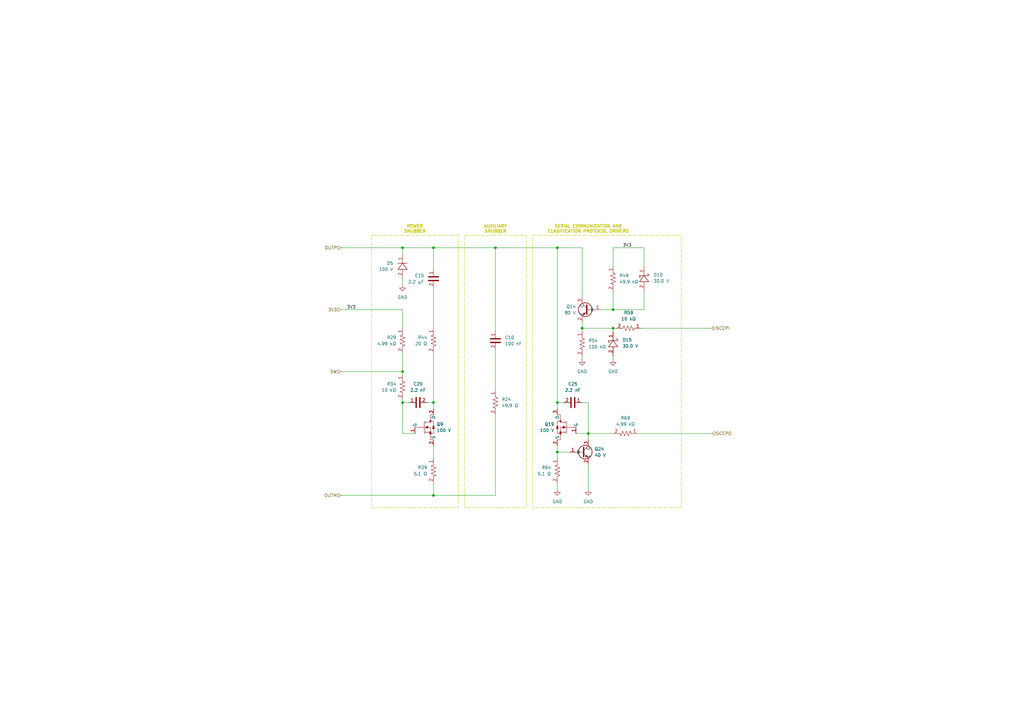
<source format=kicad_sch>
(kicad_sch (version 20250114) (generator "eeschema") (generator_version "9.0")
  (paper "A3")
  (lib_symbols
    (symbol "CAPACITORS_C1005X7S2A_DATA_BASE:C_C1005X7S2A222K050BB" (pin_names (offset 0.254))
      (property "Reference" "C" (at 0 5.08 0))
      (property "Value" "2.2 nF" (at 0 -5.08 0))
      (symbol "C_C1005X7S2A222K050BB_0_1"
        (polyline (pts (xy -0.762 -2.032) (xy -0.762 2.032)) (stroke (width 0.508)))
        (polyline (pts (xy 0.762 -2.032) (xy 0.762 2.032)) (stroke (width 0.508)))
      )
      (symbol "C_C1005X7S2A222K050BB_1_1"
        (pin passive line (at -3.81 0 0) (length 2.8) (name "") (number "1"))
        (pin passive line (at 3.81 0 180) (length 2.8) (name "") (number "2"))
      )
    )
    (symbol "CAPACITORS_C1608X7S2A_DATA_BASE:C_C1608X7S2A104K080AB" (pin_names (offset 0.254))
      (property "Reference" "C" (at 0 5.08 0))
      (property "Value" "100 nF" (at 0 -5.08 0))
      (symbol "C_C1608X7S2A104K080AB_0_1"
        (polyline (pts (xy -0.762 -2.032) (xy -0.762 2.032)) (stroke (width 0.508)))
        (polyline (pts (xy 0.762 -2.032) (xy 0.762 2.032)) (stroke (width 0.508)))
      )
      (symbol "C_C1608X7S2A104K080AB_1_1"
        (pin passive line (at -3.81 0 0) (length 2.8) (name "") (number "1"))
        (pin passive line (at 3.81 0 180) (length 2.8) (name "") (number "2"))
      )
    )
    (symbol "CAPACITORS_CGA4J1X7R2A_DATA_BASE:C_CGA4J1X7R2A225K125AC" (pin_names (offset 0.254))
      (property "Reference" "C" (at 0 5.08 0))
      (property "Value" "2.2 µF" (at 0 -5.08 0))
      (symbol "C_CGA4J1X7R2A225K125AC_0_1"
        (polyline (pts (xy -0.762 -2.032) (xy -0.762 2.032)) (stroke (width 0.508)))
        (polyline (pts (xy 0.762 -2.032) (xy 0.762 2.032)) (stroke (width 0.508)))
      )
      (symbol "C_CGA4J1X7R2A225K125AC_1_1"
        (pin passive line (at -3.81 0 0) (length 2.8) (name "") (number "1"))
        (pin passive line (at 3.81 0 180) (length 2.8) (name "") (number "2"))
      )
    )
    (symbol "DIODES_BAT54WS-7-F_DATA_BASE:D_BAT54WS-7-F" (pin_names (offset 0.254))
      (property "Reference" "D" (at 0 5.08 0))
      (property "Value" "30.0 V" (at 0 -5.08 0))
      (symbol "D_BAT54WS-7-F_1_0"
        (polyline (pts (xy 0.635 1.27) (xy 0.635 1.905) (xy 1.27 1.905) (xy 1.27 0) (xy -1.27 1.905) (xy -1.27 -1.905) (xy 1.27 0) (xy 1.27 -1.905) (xy 1.905 -1.905) (xy 1.905 -1.27)) (stroke (width 0.2032)))
        (pin passive line (at -5.08 0 0) (length 3.81) (name "") (number "2"))
        (pin passive line (at 5.08 0 180) (length 3.81) (name "") (number "1"))
      )
    )
    (symbol "DIODES_S1B-13-F_DATA_BASE:D_S1B-13-F" (pin_names (offset 0.254))
      (property "Reference" "D" (at 0 5.08 0))
      (property "Value" "100 V" (at 0 -5.08 0))
      (symbol "D_S1B-13-F_1_0"
        (polyline (pts (xy 1.27 1.905) (xy 1.27 0) (xy -1.27 1.905) (xy -1.27 -1.905) (xy 1.27 0) (xy 1.27 -1.905)) (stroke (width 0.2032)))
        (pin passive line (at -5.08 0 0) (length 3.81) (name "") (number "2"))
        (pin passive line (at 5.08 0 180) (length 3.81) (name "") (number "1"))
      )
    )
    (symbol "RESISTORS_ERJ-2RKF_DATA_BASE:R_ERJ-2RKF1002X" (pin_names (offset 0.254))
      (property "Reference" "R" (at 0 2.54 0))
      (property "Value" "10 kΩ" (at 0 -2.54 0))
      (symbol "R_ERJ-2RKF1002X_0_1"
        (polyline (pts (xy -2.286 0) (xy -2.54 0)))
        (polyline (pts (xy -2.286 0) (xy -1.905 1.016) (xy -1.524 0) (xy -1.143 -1.016) (xy -0.762 0)))
        (polyline (pts (xy -0.762 0) (xy -0.381 1.016) (xy 0 0) (xy 0.381 -1.016) (xy 0.762 0)))
        (polyline (pts (xy 0.762 0) (xy 1.143 1.016) (xy 1.524 0) (xy 1.905 -1.016) (xy 2.286 0)))
        (polyline (pts (xy 2.286 0) (xy 2.54 0)))
      )
      (symbol "R_ERJ-2RKF1002X_1_1"
        (pin passive line (at -5.08 0 0) (length 2.54) (name "") (number "1"))
        (pin passive line (at 5.08 0 180) (length 2.54) (name "") (number "2"))
      )
    )
    (symbol "RESISTORS_ERJ-2RKF_DATA_BASE:R_ERJ-2RKF1003X" (pin_names (offset 0.254))
      (property "Reference" "R" (at 0 2.54 0))
      (property "Value" "100 kΩ" (at 0 -2.54 0))
      (symbol "R_ERJ-2RKF1003X_0_1"
        (polyline (pts (xy -2.286 0) (xy -2.54 0)))
        (polyline (pts (xy -2.286 0) (xy -1.905 1.016) (xy -1.524 0) (xy -1.143 -1.016) (xy -0.762 0)))
        (polyline (pts (xy -0.762 0) (xy -0.381 1.016) (xy 0 0) (xy 0.381 -1.016) (xy 0.762 0)))
        (polyline (pts (xy 0.762 0) (xy 1.143 1.016) (xy 1.524 0) (xy 1.905 -1.016) (xy 2.286 0)))
        (polyline (pts (xy 2.286 0) (xy 2.54 0)))
      )
      (symbol "R_ERJ-2RKF1003X_1_1"
        (pin passive line (at -5.08 0 0) (length 2.54) (name "") (number "1"))
        (pin passive line (at 5.08 0 180) (length 2.54) (name "") (number "2"))
      )
    )
    (symbol "RESISTORS_ERJ-2RKF_DATA_BASE:R_ERJ-2RKF4991X" (pin_names (offset 0.254))
      (property "Reference" "R" (at 0 2.54 0))
      (property "Value" "4.99 kΩ" (at 0 -2.54 0))
      (symbol "R_ERJ-2RKF4991X_0_1"
        (polyline (pts (xy -2.286 0) (xy -2.54 0)))
        (polyline (pts (xy -2.286 0) (xy -1.905 1.016) (xy -1.524 0) (xy -1.143 -1.016) (xy -0.762 0)))
        (polyline (pts (xy -0.762 0) (xy -0.381 1.016) (xy 0 0) (xy 0.381 -1.016) (xy 0.762 0)))
        (polyline (pts (xy 0.762 0) (xy 1.143 1.016) (xy 1.524 0) (xy 1.905 -1.016) (xy 2.286 0)))
        (polyline (pts (xy 2.286 0) (xy 2.54 0)))
      )
      (symbol "R_ERJ-2RKF4991X_1_1"
        (pin passive line (at -5.08 0 0) (length 2.54) (name "") (number "1"))
        (pin passive line (at 5.08 0 180) (length 2.54) (name "") (number "2"))
      )
    )
    (symbol "RESISTORS_ERJ-2RKF_DATA_BASE:R_ERJ-2RKF4992X" (pin_names (offset 0.254))
      (property "Reference" "R" (at 0 2.54 0))
      (property "Value" "49.9 kΩ" (at 0 -2.54 0))
      (symbol "R_ERJ-2RKF4992X_0_1"
        (polyline (pts (xy -2.286 0) (xy -2.54 0)))
        (polyline (pts (xy -2.286 0) (xy -1.905 1.016) (xy -1.524 0) (xy -1.143 -1.016) (xy -0.762 0)))
        (polyline (pts (xy -0.762 0) (xy -0.381 1.016) (xy 0 0) (xy 0.381 -1.016) (xy 0.762 0)))
        (polyline (pts (xy 0.762 0) (xy 1.143 1.016) (xy 1.524 0) (xy 1.905 -1.016) (xy 2.286 0)))
        (polyline (pts (xy 2.286 0) (xy 2.54 0)))
      )
      (symbol "R_ERJ-2RKF4992X_1_1"
        (pin passive line (at -5.08 0 0) (length 2.54) (name "") (number "1"))
        (pin passive line (at 5.08 0 180) (length 2.54) (name "") (number "2"))
      )
    )
    (symbol "RESISTORS_ERJ-3EKF_DATA_BASE:R_ERJ-3EKF49R9V" (pin_names (offset 0.254))
      (property "Reference" "R" (at 0 2.54 0))
      (property "Value" "49.9 Ω" (at 0 -2.54 0))
      (symbol "R_ERJ-3EKF49R9V_0_1"
        (polyline (pts (xy -2.286 0) (xy -2.54 0)))
        (polyline (pts (xy -2.286 0) (xy -1.905 1.016) (xy -1.524 0) (xy -1.143 -1.016) (xy -0.762 0)))
        (polyline (pts (xy -0.762 0) (xy -0.381 1.016) (xy 0 0) (xy 0.381 -1.016) (xy 0.762 0)))
        (polyline (pts (xy 0.762 0) (xy 1.143 1.016) (xy 1.524 0) (xy 1.905 -1.016) (xy 2.286 0)))
        (polyline (pts (xy 2.286 0) (xy 2.54 0)))
      )
      (symbol "R_ERJ-3EKF49R9V_1_1"
        (pin passive line (at -5.08 0 0) (length 2.54) (name "") (number "1"))
        (pin passive line (at 5.08 0 180) (length 2.54) (name "") (number "2"))
      )
    )
    (symbol "RESISTORS_RT1206FRE07_DATA_BASE:R_RT1206FRE0720RL" (pin_names (offset 0.254))
      (property "Reference" "R" (at 0 2.54 0))
      (property "Value" "20 Ω" (at 0 -2.54 0))
      (symbol "R_RT1206FRE0720RL_0_1"
        (polyline (pts (xy -2.286 0) (xy -2.54 0)))
        (polyline (pts (xy -2.286 0) (xy -1.905 1.016) (xy -1.524 0) (xy -1.143 -1.016) (xy -0.762 0)))
        (polyline (pts (xy -0.762 0) (xy -0.381 1.016) (xy 0 0) (xy 0.381 -1.016) (xy 0.762 0)))
        (polyline (pts (xy 0.762 0) (xy 1.143 1.016) (xy 1.524 0) (xy 1.905 -1.016) (xy 2.286 0)))
        (polyline (pts (xy 2.286 0) (xy 2.54 0)))
      )
      (symbol "R_RT1206FRE0720RL_1_1"
        (pin passive line (at -5.08 0 0) (length 2.54) (name "") (number "1"))
        (pin passive line (at 5.08 0 180) (length 2.54) (name "") (number "2"))
      )
    )
    (symbol "RESISTORS_RT1206FRE07_DATA_BASE:R_RT1206FRE075R1L" (pin_names (offset 0.254))
      (property "Reference" "R" (at 0 2.54 0))
      (property "Value" "5.1 Ω" (at 0 -2.54 0))
      (symbol "R_RT1206FRE075R1L_0_1"
        (polyline (pts (xy -2.286 0) (xy -2.54 0)))
        (polyline (pts (xy -2.286 0) (xy -1.905 1.016) (xy -1.524 0) (xy -1.143 -1.016) (xy -0.762 0)))
        (polyline (pts (xy -0.762 0) (xy -0.381 1.016) (xy 0 0) (xy 0.381 -1.016) (xy 0.762 0)))
        (polyline (pts (xy 0.762 0) (xy 1.143 1.016) (xy 1.524 0) (xy 1.905 -1.016) (xy 2.286 0)))
        (polyline (pts (xy 2.286 0) (xy 2.54 0)))
      )
      (symbol "R_RT1206FRE075R1L_1_1"
        (pin passive line (at -5.08 0 0) (length 2.54) (name "") (number "1"))
        (pin passive line (at 5.08 0 180) (length 2.54) (name "") (number "2"))
      )
    )
    (symbol "TRANSISTORS_BSS123WQ-7-F_DATA_BASE:Q_BSS123WQ-7-F" (pin_names (offset 0.254))
      (property "Reference" "Q" (at 0 7.62 0))
      (property "Value" "100 V" (at 0 -7.62 0))
      (symbol "Q_BSS123WQ-7-F_1_0"
        (circle (center -2.54 0) (radius 0.0254) (stroke (width 0.381)))
        (polyline (pts (xy 0 -6.35) (xy 0 -2.54) (xy -2.54 -2.54) (xy 2.54 -2.54) (xy 0 -2.54) (xy 0 -6.35)))
        (circle (center 2.032 0) (radius 0.0254) (stroke (width 0.381)))
        (circle (center 2.54 0) (radius 0.0254) (stroke (width 0.381)))
        (polyline (pts (xy 5.08 1.27) (xy 5.08 0) (xy 2.54 0) (xy 2.54 1.27) (xy 0.508 1.27) (xy 0.508 1.778) (xy -0.508 1.27) (xy -0.508 1.778) (xy -0.508 1.27) (xy -2.54 1.27) (xy -2.54 0) (xy -5.08 0) (xy -5.08 1.27) (xy -5.08 0) (xy -2.032 0) (xy -2.032 -2.032) (xy -2.54 -2.032) (xy -1.524 -2.032) (xy -2.032 -2.032) (xy -2.032 0) (xy -2.54 0) (xy -2.54 1.27) (xy -0.508 1.27) (xy -0.508 0.762) (xy -0.508 1.27) (xy 0.508 0.762) (xy 0.508 1.27) (xy 2.54 1.27) (xy 2.54 0) (xy 0 0) (xy 0 -1.016) (xy -0.508 -1.016) (xy 0 -2.032) (xy -0.508 -2.032) (xy 0.508 -2.032) (xy 0 -2.032) (xy 0.508 -1.016) (xy 0 -1.016) (xy 0 0) (xy 2.032 0) (xy 2.032 -2.032) (xy 1.524 -2.032) (xy 2.54 -2.032) (xy 2.032 -2.032) (xy 2.032 0) (xy 5.08 0)) (fill (type outline)))
        (pin passive line (at -7.62 1.27 0) (length 2.54) (name "D") (number "3"))
        (pin passive line (at 2.54 -6.35 180) (length 2.54) (name "G") (number "1"))
        (pin passive line (at 7.62 1.27 180) (length 2.54) (name "S") (number "2"))
      )
    )
    (symbol "TRANSISTORS_MMBT3904LT3G_DATA_BASE:Q_MMBT3904LT3G" (pin_names (offset 0.254))
      (property "Reference" "Q" (at 4 7.62 0))
      (property "Value" "40 V" (at 4 -7.62 0))
      (symbol "Q_MMBT3904LT3G_1_0"
        (polyline (pts (xy -2.54 0) (xy 0.635 0)))
        (polyline (pts (xy 0.635 1.905) (xy 0.635 -1.905)) (stroke (width 0.508)))
        (polyline (pts (xy 0.635 0.635) (xy 2.54 2.54)))
        (polyline (pts (xy 0.635 -0.635) (xy 2.54 -2.54)))
        (circle (center 1.27 0) (radius 2.8194) (stroke (width 0.254)))
        (polyline (pts (xy 1.27 -1.778) (xy 1.778 -1.27) (xy 2.286 -2.286) (xy 1.27 -1.778)) (fill (type outline)))
        (pin passive line (at -5.08 0 0) (length 2.54) (name "B") (number "1"))
        (pin passive line (at 2.54 5.08 270) (length 2.54) (name "C") (number "3"))
        (pin passive line (at 2.54 -5.08 90) (length 2.54) (name "E") (number "2"))
      )
    )
    (symbol "TRANSISTORS_MMBTA06-7-F_DATA_BASE:Q_MMBTA06-7-F" (pin_names (offset 0.254))
      (property "Reference" "Q" (at 4 7.62 0))
      (property "Value" "80 V" (at 4 -7.62 0))
      (symbol "Q_MMBTA06-7-F_1_0"
        (polyline (pts (xy -2.54 0) (xy 0.635 0)))
        (polyline (pts (xy 0.635 1.905) (xy 0.635 -1.905)) (stroke (width 0.508)))
        (polyline (pts (xy 0.635 0.635) (xy 2.54 2.54)))
        (polyline (pts (xy 0.635 -0.635) (xy 2.54 -2.54)))
        (circle (center 1.27 0) (radius 2.8194) (stroke (width 0.254)))
        (polyline (pts (xy 1.27 -1.778) (xy 1.778 -1.27) (xy 2.286 -2.286) (xy 1.27 -1.778)) (fill (type outline)))
        (pin passive line (at -5.08 0 0) (length 2.54) (name "B") (number "1"))
        (pin passive line (at 2.54 5.08 270) (length 2.54) (name "C") (number "3"))
        (pin passive line (at 2.54 -5.08 90) (length 2.54) (name "E") (number "2"))
      )
    )
    (symbol "power:GND" (power) (pin_numbers (hide yes)) (pin_names (offset 0) (hide yes))
      (property "Value" "GND" (at 0 -3.81 0))
      (symbol "GND_0_1"
        (polyline (pts (xy 0 0) (xy 0 -1.27) (xy 1.27 -1.27) (xy 0 -2.54) (xy -1.27 -1.27) (xy 0 -1.27)))
      )
      (symbol "GND_1_1"
        (pin power_in line (at 0 0 270) (length 0) (name "~") (number "1"))
      )
    )
  )
  (rectangle (start 190.5 96.52) (end 215.9 208.28) (stroke (width 0) (type dash) (color 194 194 0 1)))
  (rectangle (start 152.4 96.52) (end 187.96 208.28) (stroke (width 0) (type dash) (color 194 194 0 1)))
  (rectangle (start 218.44 96.52) (end 279.4 208.28) (stroke (width 0) (type dash) (color 194 194 0 1)))
  (text "POWER\nSNUBBER" (at 170.18 93.98 0) (effects (font (size 1.27 1.27) (thickness 0.254) (bold yes))))
  (text "SERIAL COMMUNICATION AND\nCLASIFICATION PROTOCOL DRIVERS" (at 241.3 93.98 0) (effects (font (size 1.27 1.27) (thickness 0.254) (bold yes))))
  (text "AUXILIARY\nSNUBBER" (at 203.2 93.98 0) (effects (font (size 1.27 1.27) (thickness 0.254) (bold yes))))
  (junction (at 228.6 101.6))
  (junction (at 228.6 185.42))
  (junction (at 177.8 101.6))
  (junction (at 177.8 203.2))
  (junction (at 203.2 101.6))
  (junction (at 251.46 134.62))
  (junction (at 165.1 152.4))
  (junction (at 241.3 177.8))
  (junction (at 165.1 165.1))
  (junction (at 228.6 165.1))
  (junction (at 251.46 127))
  (junction (at 238.76 134.62))
  (junction (at 165.1 101.6))
  (junction (at 177.8 165.1))
  (wire (pts (xy 238.76 146.05) (xy 238.76 147.32)))
  (wire (pts (xy 139.7 203.2) (xy 177.8 203.2)))
  (wire (pts (xy 139.7 152.4) (xy 165.1 152.4)))
  (wire (pts (xy 203.2 143.51) (xy 203.2 160.02)))
  (wire (pts (xy 262.89 134.62) (xy 292.1 134.62)))
  (wire (pts (xy 177.8 165.1) (xy 177.8 167.64)))
  (wire (pts (xy 203.2 101.6) (xy 228.6 101.6)))
  (wire (pts (xy 246.38 127) (xy 251.46 127)))
  (wire (pts (xy 165.1 177.8) (xy 170.18 177.8)))
  (wire (pts (xy 165.1 101.6) (xy 177.8 101.6)))
  (wire (pts (xy 175.26 165.1) (xy 177.8 165.1)))
  (wire (pts (xy 228.6 101.6) (xy 228.6 165.1)))
  (wire (pts (xy 251.46 146.05) (xy 251.46 147.32)))
  (wire (pts (xy 139.7 101.6) (xy 165.1 101.6)))
  (wire (pts (xy 165.1 153.67) (xy 165.1 152.4)))
  (wire (pts (xy 241.3 177.8) (xy 241.3 180.34)))
  (wire (pts (xy 165.1 165.1) (xy 165.1 177.8)))
  (wire (pts (xy 165.1 101.6) (xy 165.1 104.14)))
  (wire (pts (xy 238.76 132.08) (xy 238.76 134.62)))
  (wire (pts (xy 241.3 177.8) (xy 251.46 177.8)))
  (wire (pts (xy 251.46 134.62) (xy 251.46 135.89)))
  (wire (pts (xy 228.6 165.1) (xy 231.14 165.1)))
  (wire (pts (xy 238.76 165.1) (xy 241.3 165.1)))
  (wire (pts (xy 228.6 165.1) (xy 228.6 167.64)))
  (wire (pts (xy 264.16 119.38) (xy 264.16 127)))
  (wire (pts (xy 139.7 127) (xy 165.1 127)))
  (wire (pts (xy 177.8 118.11) (xy 177.8 134.62)))
  (wire (pts (xy 241.3 165.1) (xy 241.3 177.8)))
  (wire (pts (xy 228.6 101.6) (xy 238.76 101.6)))
  (wire (pts (xy 177.8 203.2) (xy 203.2 203.2)))
  (wire (pts (xy 177.8 101.6) (xy 203.2 101.6)))
  (wire (pts (xy 251.46 127) (xy 264.16 127)))
  (wire (pts (xy 238.76 134.62) (xy 238.76 135.89)))
  (wire (pts (xy 177.8 101.6) (xy 177.8 110.49)))
  (wire (pts (xy 165.1 144.78) (xy 165.1 152.4)))
  (wire (pts (xy 177.8 182.88) (xy 177.8 187.96)))
  (wire (pts (xy 228.6 198.12) (xy 228.6 200.66)))
  (wire (pts (xy 251.46 119.38) (xy 251.46 127)))
  (wire (pts (xy 251.46 134.62) (xy 252.73 134.62)))
  (wire (pts (xy 228.6 185.42) (xy 228.6 187.96)))
  (wire (pts (xy 251.46 101.6) (xy 264.16 101.6)))
  (wire (pts (xy 228.6 185.42) (xy 233.68 185.42)))
  (wire (pts (xy 177.8 144.78) (xy 177.8 165.1)))
  (wire (pts (xy 236.22 177.8) (xy 241.3 177.8)))
  (wire (pts (xy 241.3 190.5) (xy 241.3 200.66)))
  (wire (pts (xy 238.76 134.62) (xy 251.46 134.62)))
  (wire (pts (xy 177.8 198.12) (xy 177.8 203.2)))
  (wire (pts (xy 165.1 165.1) (xy 167.64 165.1)))
  (wire (pts (xy 228.6 182.88) (xy 228.6 185.42)))
  (wire (pts (xy 261.62 177.8) (xy 292.1 177.8)))
  (wire (pts (xy 165.1 127) (xy 165.1 134.62)))
  (wire (pts (xy 165.1 116.84) (xy 165.1 114.3)))
  (wire (pts (xy 165.1 163.83) (xy 165.1 165.1)))
  (wire (pts (xy 203.2 101.6) (xy 203.2 135.89)))
  (wire (pts (xy 203.2 170.18) (xy 203.2 203.2)))
  (wire (pts (xy 238.76 101.6) (xy 238.76 121.92)))
  (wire (pts (xy 251.46 101.6) (xy 251.46 109.22)))
  (wire (pts (xy 264.16 101.6) (xy 264.16 109.22)))
  (label "3V3" (at 142.24 127 0))
  (label "3V3" (at 259.08 101.6 180))
  (hierarchical_label "SCCPO" (shape input) (at 292.1 177.8 0))
  (hierarchical_label "SCCPI" (shape output) (at 292.1 134.62 0))
  (hierarchical_label "OUTP" (shape input) (at 139.7 101.6 180))
  (hierarchical_label "OUTM" (shape input) (at 139.7 203.2 180))
  (hierarchical_label "SW" (shape input) (at 139.7 152.4 180))
  (hierarchical_label "3V3" (shape input) (at 139.7 127 180))
  (symbol (lib_id "CAPACITORS_C1608X7S2A_DATA_BASE:C_C1608X7S2A104K080AB") (at 203.2 139.7 270) (unit 1)
    (property "Reference" "C8" (at 207.01 138.4299 90) (effects (justify left)))
    (property "Value" "100 nF" (at 207.01 140.9699 90) (effects (justify left)))
    (property "Footprint" "capacitor_footprints:C_0603_1608Metric" (effects (hide yes)))
    (property "Datasheet" "https://product.tdk.com/en/search/capacitor/ceramic/mlcc/info?part_no=C1608X7S2A104K080AB" (effects (hide yes)))
    (property "Description" "CAP SMD 100 nF X7S 10% 0603 100V" (effects (hide yes)))
    (property "Capacitor Type" "Ceramic" (effects (hide yes)))
    (property "Case Code - in" "0603" (effects (hide yes)))
    (property "Case Code - mm" "1608" (effects (hide yes)))
    (property "Dielectric" "X7S" (effects (hide yes)))
    (property "MPN" "C1608X7S2A104K080AB" (effects (hide yes)))
    (property "Manufacturer" "TDK" (effects (hide yes)))
    (property "Series" "C1608X7S2A" (effects (hide yes)))
    (property "Symbol Name" "C_C1608X7S2A104K080AB" (effects (hide yes)))
    (property "Tolerance" "10%" (effects (hide yes)))
    (property "Trustedparts Search" "https://www.trustedparts.com/en/search/C1608X7S2A104K080AB" (effects (hide yes)))
    (property "Voltage Rating" "100V" (effects (hide yes)))
    (instances (project "" (path "" (reference "C10") (unit 1)) (path "" (reference "C8") (unit 1)) (path "" (reference "C11") (unit 1)) (path "" (reference "C12") (unit 1)) (path "" (reference "C9") (unit 1))))
  )
  (symbol (lib_id "DIODES_BAT54WS-7-F_DATA_BASE:D_BAT54WS-7-F") (at 251.46 140.97 90) (unit 1)
    (property "Reference" "D13" (at 255.27 139.3824 90) (effects (justify right)))
    (property "Value" "30.0 V" (at 255.27 141.9224 90) (effects (justify right)))
    (property "Footprint" "diode_footprints:SOD323F" (effects (hide yes)))
    (property "Datasheet" "https://eu.mouser.com/ProductDetail/Diodes-Incorporated/BAT54WS-7-F?qs=BJo294706GxanB6a%2FKrrdw%3D%3D" (effects (hide yes)))
    (property "Description" "Schottky SMD 30.0 V" (effects (hide yes)))
    (property "Diode Type" "Schottky" (effects (hide yes)))
    (property "MPN" "BAT54WS-7-F" (effects (hide yes)))
    (property "Manufacturer" "Diodes Incorporated" (effects (hide yes)))
    (property "Maximum DC Current (A)" "0.6" (effects (hide yes)))
    (property "Series" "BAT54WS-7-F" (effects (hide yes)))
    (property "Symbol Name" "D_BAT54WS-7-F" (effects (hide yes)))
    (property "Trustedparts Search" "https://www.trustedparts.com/en/search/BAT54WS-7-F" (effects (hide yes)))
    (instances (project "minimal_ltc4296-1" (path "" (reference "D15") (unit 1)) (path "" (reference "D13") (unit 1)) (path "" (reference "D16") (unit 1)) (path "" (reference "D17") (unit 1)) (path "" (reference "D14") (unit 1))))
  )
  (symbol (lib_id "DIODES_BAT54WS-7-F_DATA_BASE:D_BAT54WS-7-F") (at 264.16 114.3 90) (unit 1)
    (property "Reference" "D8" (at 267.97 112.7124 90) (effects (justify right)))
    (property "Value" "30.0 V" (at 267.97 115.2524 90) (effects (justify right)))
    (property "Footprint" "diode_footprints:SOD323F" (effects (hide yes)))
    (property "Datasheet" "https://eu.mouser.com/ProductDetail/Diodes-Incorporated/BAT54WS-7-F?qs=BJo294706GxanB6a%2FKrrdw%3D%3D" (effects (hide yes)))
    (property "Description" "Schottky SMD 30.0 V" (effects (hide yes)))
    (property "Diode Type" "Schottky" (effects (hide yes)))
    (property "MPN" "BAT54WS-7-F" (effects (hide yes)))
    (property "Manufacturer" "Diodes Incorporated" (effects (hide yes)))
    (property "Maximum DC Current (A)" "0.6" (effects (hide yes)))
    (property "Series" "BAT54WS-7-F" (effects (hide yes)))
    (property "Symbol Name" "D_BAT54WS-7-F" (effects (hide yes)))
    (property "Trustedparts Search" "https://www.trustedparts.com/en/search/BAT54WS-7-F" (effects (hide yes)))
    (instances (project "" (path "" (reference "D10") (unit 1)) (path "" (reference "D8") (unit 1)) (path "" (reference "D11") (unit 1)) (path "" (reference "D12") (unit 1)) (path "" (reference "D9") (unit 1))))
  )
  (symbol (lib_id "RESISTORS_ERJ-3EKF_DATA_BASE:R_ERJ-3EKF49R9V") (at 203.2 165.1 270) (unit 1)
    (property "Reference" "R22" (at 205.74 163.8299 90) (effects (justify left)))
    (property "Value" "49.9 Ω" (at 205.74 166.3699 90) (effects (justify left)))
    (property "Footprint" "resistor_footprints:R_0603_1608Metric" (effects (hide yes)))
    (property "Datasheet" "https://industrial.panasonic.com/cdbs/www-data/pdf/RDA0000/AOA0000C304.pdf" (effects (hide yes)))
    (property "Description" "RES SMD 49.9 Ω 1% 0603 75V" (effects (hide yes)))
    (property "Case Code - in" "0603" (effects (hide yes)))
    (property "Case Code - mm" "1608" (effects (hide yes)))
    (property "Component Type" "Resistor" (effects (hide yes)))
    (property "MPN" "ERJ-3EKF49R9V" (effects (hide yes)))
    (property "Manufacturer" "Panasonic" (effects (hide yes)))
    (property "Series" "ERJ-3EKF" (effects (hide yes)))
    (property "Symbol Name" "R_ERJ-3EKF49R9V" (effects (hide yes)))
    (property "Temperature Coefficient" "100 ppm/°C" (effects (hide yes)))
    (property "Tolerance" "1%" (effects (hide yes)))
    (property "Trustedparts Search" "https://www.trustedparts.com/en/search/ERJ-3EKF49R9V" (effects (hide yes)))
    (property "Voltage Rating" "75V" (effects (hide yes)))
    (instances (project "" (path "" (reference "R24") (unit 1)) (path "" (reference "R22") (unit 1)) (path "" (reference "R25") (unit 1)) (path "" (reference "R26") (unit 1)) (path "" (reference "R23") (unit 1))))
  )
  (symbol (lib_id "CAPACITORS_C1005X7S2A_DATA_BASE:C_C1005X7S2A222K050BB") (at 171.45 165.1 0) (unit 1)
    (property "Reference" "C18" (at 171.45 157.48 0))
    (property "Value" "2.2 nF" (at 171.45 160.02 0))
    (property "Footprint" "capacitor_footprints:C_0402_1005Metric" (effects (hide yes)))
    (property "Datasheet" "https://product.tdk.com/en/search/capacitor/ceramic/mlcc/info?part_no=C1005X7S2A222K050BB" (effects (hide yes)))
    (property "Description" "CAP SMD 2.2 nF X7S 10% 0402 100V" (effects (hide yes)))
    (property "Capacitor Type" "Ceramic" (effects (hide yes)))
    (property "Case Code - in" "0402" (effects (hide yes)))
    (property "Case Code - mm" "1005" (effects (hide yes)))
    (property "Dielectric" "X7S" (effects (hide yes)))
    (property "MPN" "C1005X7S2A222K050BB" (effects (hide yes)))
    (property "Manufacturer" "TDK" (effects (hide yes)))
    (property "Series" "C1005X7S2A" (effects (hide yes)))
    (property "Symbol Name" "C_C1005X7S2A222K050BB" (effects (hide yes)))
    (property "Tolerance" "10%" (effects (hide yes)))
    (property "Trustedparts Search" "https://www.trustedparts.com/en/search/C1005X7S2A222K050BB" (effects (hide yes)))
    (property "Voltage Rating" "100V" (effects (hide yes)))
    (instances (project "" (path "" (reference "C20") (unit 1)) (path "" (reference "C18") (unit 1)) (path "" (reference "C21") (unit 1)) (path "" (reference "C22") (unit 1)) (path "" (reference "C19") (unit 1))))
  )
  (symbol (lib_id "power:GND") (at 165.1 116.84 0) (unit 1)
    (property "Reference" "#PWR012" (effects (hide yes)))
    (property "Value" "GND" (at 165.1 121.92 0))
    (property "Description" "Power symbol creates a global label with name \"GND\" , ground" (effects (hide yes)))
    (instances (project "minimal_ltc4296-1" (path "" (reference "#PWR014") (unit 1)) (path "" (reference "#PWR012") (unit 1)) (path "" (reference "#PWR015") (unit 1)) (path "" (reference "#PWR016") (unit 1)) (path "" (reference "#PWR013") (unit 1))))
  )
  (symbol (lib_id "RESISTORS_ERJ-2RKF_DATA_BASE:R_ERJ-2RKF4992X") (at 251.46 114.3 270) (unit 1)
    (property "Reference" "R47" (at 254 113.0299 90) (effects (justify left)))
    (property "Value" "49.9 kΩ" (at 254 115.5699 90) (effects (justify left)))
    (property "Footprint" "resistor_footprints:R_0402_1005Metric" (effects (hide yes)))
    (property "Datasheet" "https://industrial.panasonic.com/cdbs/www-data/pdf/RDA0000/AOA0000C304.pdf" (effects (hide yes)))
    (property "Description" "RES SMD 49.9 kΩ 1% 0402 50V" (effects (hide yes)))
    (property "Case Code - in" "0402" (effects (hide yes)))
    (property "Case Code - mm" "1005" (effects (hide yes)))
    (property "Component Type" "Resistor" (effects (hide yes)))
    (property "MPN" "ERJ-2RKF4992X" (effects (hide yes)))
    (property "Manufacturer" "Panasonic" (effects (hide yes)))
    (property "Series" "ERJ-2RKF" (effects (hide yes)))
    (property "Symbol Name" "R_ERJ-2RKF4992X" (effects (hide yes)))
    (property "Temperature Coefficient" "100 ppm/°C" (effects (hide yes)))
    (property "Tolerance" "1%" (effects (hide yes)))
    (property "Trustedparts Search" "https://www.trustedparts.com/en/search/ERJ-2RKF4992X" (effects (hide yes)))
    (property "Voltage Rating" "50V" (effects (hide yes)))
    (instances (project "" (path "" (reference "R49") (unit 1)) (path "" (reference "R47") (unit 1)) (path "" (reference "R50") (unit 1)) (path "" (reference "R51") (unit 1)) (path "" (reference "R48") (unit 1))))
  )
  (symbol (lib_id "RESISTORS_ERJ-2RKF_DATA_BASE:R_ERJ-2RKF4991X") (at 256.54 177.8 0) (mirror y) (unit 1)
    (property "Reference" "R67" (at 256.54 171.45 0))
    (property "Value" "4.99 kΩ" (at 256.54 173.99 0))
    (property "Footprint" "resistor_footprints:R_0402_1005Metric" (effects (hide yes)))
    (property "Datasheet" "https://industrial.panasonic.com/cdbs/www-data/pdf/RDA0000/AOA0000C304.pdf" (effects (hide yes)))
    (property "Description" "RES SMD 4.99 kΩ 1% 0402 50V" (effects (hide yes)))
    (property "Case Code - in" "0402" (effects (hide yes)))
    (property "Case Code - mm" "1005" (effects (hide yes)))
    (property "Component Type" "Resistor" (effects (hide yes)))
    (property "MPN" "ERJ-2RKF4991X" (effects (hide yes)))
    (property "Manufacturer" "Panasonic" (effects (hide yes)))
    (property "Series" "ERJ-2RKF" (effects (hide yes)))
    (property "Symbol Name" "R_ERJ-2RKF4991X" (effects (hide yes)))
    (property "Temperature Coefficient" "100 ppm/°C" (effects (hide yes)))
    (property "Tolerance" "1%" (effects (hide yes)))
    (property "Trustedparts Search" "https://www.trustedparts.com/en/search/ERJ-2RKF4991X" (effects (hide yes)))
    (property "Voltage Rating" "50V" (effects (hide yes)))
    (instances (project "minimal_ltc4296-1" (path "" (reference "R69") (unit 1)) (path "" (reference "R67") (unit 1)) (path "" (reference "R70") (unit 1)) (path "" (reference "R71") (unit 1)) (path "" (reference "R68") (unit 1))))
  )
  (symbol (lib_id "RESISTORS_ERJ-2RKF_DATA_BASE:R_ERJ-2RKF1002X") (at 165.1 158.75 270) (unit 1)
    (property "Reference" "R32" (at 162.56 157.4799 90) (effects (justify right)))
    (property "Value" "10 kΩ" (at 162.56 160.0199 90) (effects (justify right)))
    (property "Footprint" "resistor_footprints:R_0402_1005Metric" (effects (hide yes)))
    (property "Datasheet" "https://industrial.panasonic.com/cdbs/www-data/pdf/RDA0000/AOA0000C304.pdf" (effects (hide yes)))
    (property "Description" "RES SMD 10 kΩ 1% 0402 50V" (effects (hide yes)))
    (property "Case Code - in" "0402" (effects (hide yes)))
    (property "Case Code - mm" "1005" (effects (hide yes)))
    (property "Component Type" "Resistor" (effects (hide yes)))
    (property "MPN" "ERJ-2RKF1002X" (effects (hide yes)))
    (property "Manufacturer" "Panasonic" (effects (hide yes)))
    (property "Series" "ERJ-2RKF" (effects (hide yes)))
    (property "Symbol Name" "R_ERJ-2RKF1002X" (effects (hide yes)))
    (property "Temperature Coefficient" "100 ppm/°C" (effects (hide yes)))
    (property "Tolerance" "1%" (effects (hide yes)))
    (property "Trustedparts Search" "https://www.trustedparts.com/en/search/ERJ-2RKF1002X" (effects (hide yes)))
    (property "Voltage Rating" "50V" (effects (hide yes)))
    (instances (project "minimal_ltc4296-1" (path "" (reference "R34") (unit 1)) (path "" (reference "R32") (unit 1)) (path "" (reference "R35") (unit 1)) (path "" (reference "R36") (unit 1)) (path "" (reference "R33") (unit 1))))
  )
  (symbol (lib_id "CAPACITORS_C1005X7S2A_DATA_BASE:C_C1005X7S2A222K050BB") (at 234.95 165.1 0) (mirror y) (unit 1)
    (property "Reference" "C23" (at 234.95 157.48 0))
    (property "Value" "2.2 nF" (at 234.95 160.02 0))
    (property "Footprint" "capacitor_footprints:C_0402_1005Metric" (effects (hide yes)))
    (property "Datasheet" "https://product.tdk.com/en/search/capacitor/ceramic/mlcc/info?part_no=C1005X7S2A222K050BB" (effects (hide yes)))
    (property "Description" "CAP SMD 2.2 nF X7S 10% 0402 100V" (effects (hide yes)))
    (property "Capacitor Type" "Ceramic" (effects (hide yes)))
    (property "Case Code - in" "0402" (effects (hide yes)))
    (property "Case Code - mm" "1005" (effects (hide yes)))
    (property "Dielectric" "X7S" (effects (hide yes)))
    (property "MPN" "C1005X7S2A222K050BB" (effects (hide yes)))
    (property "Manufacturer" "TDK" (effects (hide yes)))
    (property "Series" "C1005X7S2A" (effects (hide yes)))
    (property "Symbol Name" "C_C1005X7S2A222K050BB" (effects (hide yes)))
    (property "Tolerance" "10%" (effects (hide yes)))
    (property "Trustedparts Search" "https://www.trustedparts.com/en/search/C1005X7S2A222K050BB" (effects (hide yes)))
    (property "Voltage Rating" "100V" (effects (hide yes)))
    (instances (project "minimal_ltc4296-1" (path "" (reference "C25") (unit 1)) (path "" (reference "C23") (unit 1)) (path "" (reference "C26") (unit 1)) (path "" (reference "C27") (unit 1)) (path "" (reference "C24") (unit 1))))
  )
  (symbol (lib_id "RESISTORS_ERJ-2RKF_DATA_BASE:R_ERJ-2RKF1003X") (at 238.76 140.97 270) (unit 1)
    (property "Reference" "R52" (at 241.3 139.6999 90) (effects (justify left)))
    (property "Value" "100 kΩ" (at 241.3 142.2399 90) (effects (justify left)))
    (property "Footprint" "resistor_footprints:R_0402_1005Metric" (effects (hide yes)))
    (property "Datasheet" "https://industrial.panasonic.com/cdbs/www-data/pdf/RDA0000/AOA0000C304.pdf" (effects (hide yes)))
    (property "Description" "RES SMD 100 kΩ 1% 0402 50V" (effects (hide yes)))
    (property "Case Code - in" "0402" (effects (hide yes)))
    (property "Case Code - mm" "1005" (effects (hide yes)))
    (property "Component Type" "Resistor" (effects (hide yes)))
    (property "MPN" "ERJ-2RKF1003X" (effects (hide yes)))
    (property "Manufacturer" "Panasonic" (effects (hide yes)))
    (property "Series" "ERJ-2RKF" (effects (hide yes)))
    (property "Symbol Name" "R_ERJ-2RKF1003X" (effects (hide yes)))
    (property "Temperature Coefficient" "100 ppm/°C" (effects (hide yes)))
    (property "Tolerance" "1%" (effects (hide yes)))
    (property "Trustedparts Search" "https://www.trustedparts.com/en/search/ERJ-2RKF1003X" (effects (hide yes)))
    (property "Voltage Rating" "50V" (effects (hide yes)))
    (instances (project "minimal_ltc4296-1" (path "" (reference "R54") (unit 1)) (path "" (reference "R52") (unit 1)) (path "" (reference "R55") (unit 1)) (path "" (reference "R56") (unit 1)) (path "" (reference "R53") (unit 1))))
  )
  (symbol (lib_id "power:GND") (at 241.3 200.66 0) (unit 1)
    (property "Reference" "#PWR032" (effects (hide yes)))
    (property "Value" "GND" (at 241.3 205.74 0))
    (property "Description" "Power symbol creates a global label with name \"GND\" , ground" (effects (hide yes)))
    (instances (project "minimal_ltc4296-1" (path "" (reference "#PWR034") (unit 1)) (path "" (reference "#PWR032") (unit 1)) (path "" (reference "#PWR035") (unit 1)) (path "" (reference "#PWR036") (unit 1)) (path "" (reference "#PWR033") (unit 1))))
  )
  (symbol (lib_id "TRANSISTORS_BSS123WQ-7-F_DATA_BASE:Q_BSS123WQ-7-F") (at 229.87 175.26 90) (mirror x) (unit 1)
    (property "Reference" "Q17" (at 227.33 173.9899 90) (effects (justify left)))
    (property "Value" "100 V" (at 227.33 176.5299 90) (effects (justify left)))
    (property "Footprint" "transistor_footprints:SOT-323" (effects (hide yes)))
    (property "Datasheet" "https://www.diodes.com/assets/Datasheets/BSS123WQ.pdf" (effects (hide yes)))
    (property "Description" "Transistor 100 V" (effects (hide yes)))
    (property "Collector Current (A)" "-" (effects (hide yes)))
    (property "Drain Current (A)" "0.2" (effects (hide yes)))
    (property "MPN" "BSS123WQ-7-F" (effects (hide yes)))
    (property "Manufacturer" "Diodes Incorporated" (effects (hide yes)))
    (property "Series" "BSS123WQ-7-F" (effects (hide yes)))
    (property "Symbol Name" "Q_BSS123WQ-7-F" (effects (hide yes)))
    (property "Transistor Type" "N-Channel" (effects (hide yes)))
    (property "Trustedparts Search" "https://www.trustedparts.com/en/search/BSS123WQ-7-F" (effects (hide yes)))
    (instances (project "minimal_ltc4296-1" (path "" (reference "Q19") (unit 1)) (path "" (reference "Q17") (unit 1)) (path "" (reference "Q20") (unit 1)) (path "" (reference "Q21") (unit 1)) (path "" (reference "Q18") (unit 1))))
  )
  (symbol (lib_id "CAPACITORS_CGA4J1X7R2A_DATA_BASE:C_CGA4J1X7R2A225K125AC") (at 177.8 114.3 90) (mirror x) (unit 1)
    (property "Reference" "C13" (at 173.99 113.0299 90) (effects (justify left)))
    (property "Value" "2.2 µF" (at 173.99 115.5699 90) (effects (justify left)))
    (property "Footprint" "capacitor_footprints:C_0805_2012Metric" (effects (hide yes)))
    (property "Datasheet" "https://product.tdk.com/en/search/capacitor/ceramic/mlcc/info?part_no=CGA4J1X7R2A225K125AC" (effects (hide yes)))
    (property "Description" "CAP SMD 2.2 µF X7R 10% 0805 100V" (effects (hide yes)))
    (property "Capacitor Type" "Ceramic" (effects (hide yes)))
    (property "Case Code - in" "0805" (effects (hide yes)))
    (property "Case Code - mm" "2012" (effects (hide yes)))
    (property "Dielectric" "X7R" (effects (hide yes)))
    (property "MPN" "CGA4J1X7R2A225K125AC" (effects (hide yes)))
    (property "Manufacturer" "TDK" (effects (hide yes)))
    (property "Series" "CGA4J1X7R2A" (effects (hide yes)))
    (property "Symbol Name" "C_CGA4J1X7R2A225K125AC" (effects (hide yes)))
    (property "Tolerance" "10%" (effects (hide yes)))
    (property "Trustedparts Search" "https://www.trustedparts.com/en/search/CGA4J1X7R2A225K125AC" (effects (hide yes)))
    (property "Voltage Rating" "100V" (effects (hide yes)))
    (instances (project "" (path "" (reference "C15") (unit 1)) (path "" (reference "C13") (unit 1)) (path "" (reference "C16") (unit 1)) (path "" (reference "C17") (unit 1)) (path "" (reference "C14") (unit 1))))
  )
  (symbol (lib_id "RESISTORS_RT1206FRE07_DATA_BASE:R_RT1206FRE075R1L") (at 177.8 193.04 90) (mirror x) (unit 1)
    (property "Reference" "R37" (at 175.26 191.7699 90) (effects (justify left)))
    (property "Value" "5.1 Ω" (at 175.26 194.3099 90) (effects (justify left)))
    (property "Footprint" "resistor_footprints:R_1206_3216Metric" (effects (hide yes)))
    (property "Datasheet" "https://www.yageo.com/en/ProductSearch/PartNumberSearch?part_number=RT1206FRE075R1L" (effects (hide yes)))
    (property "Description" "RES SMD 5.1 Ω 1% 1206 200V" (effects (hide yes)))
    (property "Case Code - in" "1206" (effects (hide yes)))
    (property "Case Code - mm" "3216" (effects (hide yes)))
    (property "Component Type" "Resistor" (effects (hide yes)))
    (property "MPN" "RT1206FRE075R1L" (effects (hide yes)))
    (property "Manufacturer" "Yageo" (effects (hide yes)))
    (property "Series" "RT1206FRE07" (effects (hide yes)))
    (property "Symbol Name" "R_RT1206FRE075R1L" (effects (hide yes)))
    (property "Temperature Coefficient" "50 ppm/°C" (effects (hide yes)))
    (property "Tolerance" "1%" (effects (hide yes)))
    (property "Trustedparts Search" "https://www.trustedparts.com/en/search/RT1206FRE075R1L" (effects (hide yes)))
    (property "Voltage Rating" "200V" (effects (hide yes)))
    (instances (project "" (path "" (reference "R39") (unit 1)) (path "" (reference "R37") (unit 1)) (path "" (reference "R40") (unit 1)) (path "" (reference "R41") (unit 1)) (path "" (reference "R38") (unit 1))))
  )
  (symbol (lib_id "DIODES_S1B-13-F_DATA_BASE:D_S1B-13-F") (at 165.1 109.22 270) (mirror x) (unit 1)
    (property "Reference" "D3" (at 161.29 107.9499 90) (effects (justify right)))
    (property "Value" "100 V" (at 161.29 110.4899 90) (effects (justify right)))
    (property "Footprint" "diode_footprints:SMA" (effects (hide yes)))
    (property "Datasheet" "https://4donline.ihs.com/images/VipMasterIC/IC/DIOD/DIOD-S-A0007810797/DIOD-S-A0007810797-1.pdf?hkey=CECEF36DEECDED6468708AAF2E19C0C6" (effects (hide yes)))
    (property "Description" "Rectifier SMD 100 V" (effects (hide yes)))
    (property "Diode Type" "Rectifier" (effects (hide yes)))
    (property "MPN" "S1B-13-F" (effects (hide yes)))
    (property "Manufacturer" "Diodes Incorporated" (effects (hide yes)))
    (property "Maximum DC Current (A)" "1.0" (effects (hide yes)))
    (property "Series" "S1B-13-F" (effects (hide yes)))
    (property "Symbol Name" "D_S1B-13-F" (effects (hide yes)))
    (property "Trustedparts Search" "https://www.trustedparts.com/en/search/S1B-13-F" (effects (hide yes)))
    (instances (project "" (path "" (reference "D5") (unit 1)) (path "" (reference "D3") (unit 1)) (path "" (reference "D6") (unit 1)) (path "" (reference "D7") (unit 1)) (path "" (reference "D4") (unit 1))))
  )
  (symbol (lib_id "RESISTORS_RT1206FRE07_DATA_BASE:R_RT1206FRE0720RL") (at 177.8 139.7 90) (mirror x) (unit 1)
    (property "Reference" "R42" (at 175.26 138.4299 90) (effects (justify left)))
    (property "Value" "20 Ω" (at 175.26 140.9699 90) (effects (justify left)))
    (property "Footprint" "resistor_footprints:R_1206_3216Metric" (effects (hide yes)))
    (property "Datasheet" "https://www.yageo.com/en/ProductSearch/PartNumberSearch?part_number=RT1206FRE0720RL" (effects (hide yes)))
    (property "Description" "RES SMD 20 Ω 1% 1206 200V" (effects (hide yes)))
    (property "Case Code - in" "1206" (effects (hide yes)))
    (property "Case Code - mm" "3216" (effects (hide yes)))
    (property "Component Type" "Resistor" (effects (hide yes)))
    (property "MPN" "RT1206FRE0720RL" (effects (hide yes)))
    (property "Manufacturer" "Yageo" (effects (hide yes)))
    (property "Series" "RT1206FRE07" (effects (hide yes)))
    (property "Symbol Name" "R_RT1206FRE0720RL" (effects (hide yes)))
    (property "Temperature Coefficient" "50 ppm/°C" (effects (hide yes)))
    (property "Tolerance" "1%" (effects (hide yes)))
    (property "Trustedparts Search" "https://www.trustedparts.com/en/search/RT1206FRE0720RL" (effects (hide yes)))
    (property "Voltage Rating" "200V" (effects (hide yes)))
    (instances (project "" (path "" (reference "R44") (unit 1)) (path "" (reference "R42") (unit 1)) (path "" (reference "R45") (unit 1)) (path "" (reference "R46") (unit 1)) (path "" (reference "R43") (unit 1))))
  )
  (symbol (lib_id "TRANSISTORS_BSS123WQ-7-F_DATA_BASE:Q_BSS123WQ-7-F") (at 176.53 175.26 270) (unit 1)
    (property "Reference" "Q7" (at 179.07 173.9899 90) (effects (justify left)))
    (property "Value" "100 V" (at 179.07 176.5299 90) (effects (justify left)))
    (property "Footprint" "transistor_footprints:SOT-323" (effects (hide yes)))
    (property "Datasheet" "https://www.diodes.com/assets/Datasheets/BSS123WQ.pdf" (effects (hide yes)))
    (property "Description" "Transistor 100 V" (effects (hide yes)))
    (property "Collector Current (A)" "-" (effects (hide yes)))
    (property "Drain Current (A)" "0.2" (effects (hide yes)))
    (property "MPN" "BSS123WQ-7-F" (effects (hide yes)))
    (property "Manufacturer" "Diodes Incorporated" (effects (hide yes)))
    (property "Series" "BSS123WQ-7-F" (effects (hide yes)))
    (property "Symbol Name" "Q_BSS123WQ-7-F" (effects (hide yes)))
    (property "Transistor Type" "N-Channel" (effects (hide yes)))
    (property "Trustedparts Search" "https://www.trustedparts.com/en/search/BSS123WQ-7-F" (effects (hide yes)))
    (instances (project "" (path "" (reference "Q9") (unit 1)) (path "" (reference "Q7") (unit 1)) (path "" (reference "Q10") (unit 1)) (path "" (reference "Q11") (unit 1)) (path "" (reference "Q8") (unit 1))))
  )
  (symbol (lib_id "power:GND") (at 228.6 200.66 0) (unit 1)
    (property "Reference" "#PWR027" (effects (hide yes)))
    (property "Value" "GND" (at 228.6 205.74 0))
    (property "Description" "Power symbol creates a global label with name \"GND\" , ground" (effects (hide yes)))
    (instances (project "minimal_ltc4296-1" (path "" (reference "#PWR029") (unit 1)) (path "" (reference "#PWR027") (unit 1)) (path "" (reference "#PWR030") (unit 1)) (path "" (reference "#PWR031") (unit 1)) (path "" (reference "#PWR028") (unit 1))))
  )
  (symbol (lib_id "RESISTORS_ERJ-2RKF_DATA_BASE:R_ERJ-2RKF1002X") (at 257.81 134.62 180) (unit 1)
    (property "Reference" "R57" (at 257.81 128.27 0))
    (property "Value" "10 kΩ" (at 257.81 130.81 0))
    (property "Footprint" "resistor_footprints:R_0402_1005Metric" (effects (hide yes)))
    (property "Datasheet" "https://industrial.panasonic.com/cdbs/www-data/pdf/RDA0000/AOA0000C304.pdf" (effects (hide yes)))
    (property "Description" "RES SMD 10 kΩ 1% 0402 50V" (effects (hide yes)))
    (property "Case Code - in" "0402" (effects (hide yes)))
    (property "Case Code - mm" "1005" (effects (hide yes)))
    (property "Component Type" "Resistor" (effects (hide yes)))
    (property "MPN" "ERJ-2RKF1002X" (effects (hide yes)))
    (property "Manufacturer" "Panasonic" (effects (hide yes)))
    (property "Series" "ERJ-2RKF" (effects (hide yes)))
    (property "Symbol Name" "R_ERJ-2RKF1002X" (effects (hide yes)))
    (property "Temperature Coefficient" "100 ppm/°C" (effects (hide yes)))
    (property "Tolerance" "1%" (effects (hide yes)))
    (property "Trustedparts Search" "https://www.trustedparts.com/en/search/ERJ-2RKF1002X" (effects (hide yes)))
    (property "Voltage Rating" "50V" (effects (hide yes)))
    (instances (project "minimal_ltc4296-1" (path "" (reference "R59") (unit 1)) (path "" (reference "R57") (unit 1)) (path "" (reference "R60") (unit 1)) (path "" (reference "R61") (unit 1)) (path "" (reference "R58") (unit 1))))
  )
  (symbol (lib_id "RESISTORS_ERJ-2RKF_DATA_BASE:R_ERJ-2RKF4991X") (at 165.1 139.7 90) (mirror x) (unit 1)
    (property "Reference" "R27" (at 162.56 138.4299 90) (effects (justify left)))
    (property "Value" "4.99 kΩ" (at 162.56 140.9699 90) (effects (justify left)))
    (property "Footprint" "resistor_footprints:R_0402_1005Metric" (effects (hide yes)))
    (property "Datasheet" "https://industrial.panasonic.com/cdbs/www-data/pdf/RDA0000/AOA0000C304.pdf" (effects (hide yes)))
    (property "Description" "RES SMD 4.99 kΩ 1% 0402 50V" (effects (hide yes)))
    (property "Case Code - in" "0402" (effects (hide yes)))
    (property "Case Code - mm" "1005" (effects (hide yes)))
    (property "Component Type" "Resistor" (effects (hide yes)))
    (property "MPN" "ERJ-2RKF4991X" (effects (hide yes)))
    (property "Manufacturer" "Panasonic" (effects (hide yes)))
    (property "Series" "ERJ-2RKF" (effects (hide yes)))
    (property "Symbol Name" "R_ERJ-2RKF4991X" (effects (hide yes)))
    (property "Temperature Coefficient" "100 ppm/°C" (effects (hide yes)))
    (property "Tolerance" "1%" (effects (hide yes)))
    (property "Trustedparts Search" "https://www.trustedparts.com/en/search/ERJ-2RKF4991X" (effects (hide yes)))
    (property "Voltage Rating" "50V" (effects (hide yes)))
    (instances (project "minimal_ltc4296-1" (path "" (reference "R29") (unit 1)) (path "" (reference "R27") (unit 1)) (path "" (reference "R30") (unit 1)) (path "" (reference "R31") (unit 1)) (path "" (reference "R28") (unit 1))))
  )
  (symbol (lib_id "power:GND") (at 251.46 147.32 0) (unit 1)
    (property "Reference" "#PWR022" (effects (hide yes)))
    (property "Value" "GND" (at 251.46 152.4 0))
    (property "Description" "Power symbol creates a global label with name \"GND\" , ground" (effects (hide yes)))
    (instances (project "minimal_ltc4296-1" (path "" (reference "#PWR024") (unit 1)) (path "" (reference "#PWR022") (unit 1)) (path "" (reference "#PWR025") (unit 1)) (path "" (reference "#PWR026") (unit 1)) (path "" (reference "#PWR023") (unit 1))))
  )
  (symbol (lib_id "TRANSISTORS_MMBT3904LT3G_DATA_BASE:Q_MMBT3904LT3G") (at 238.76 185.42 0) (unit 1)
    (property "Reference" "Q22" (at 243.84 184.1499 0) (effects (justify left)))
    (property "Value" "40 V" (at 243.84 186.6899 0) (effects (justify left)))
    (property "Footprint" "transistor_footprints:SOT23-3" (effects (hide yes)))
    (property "Datasheet" "https://www.onsemi.com/pdf/datasheet/mmbt3904lt1-d.pdf" (effects (hide yes)))
    (property "Description" "Transistor 40 V" (effects (hide yes)))
    (property "Collector Current (A)" "0.2" (effects (hide yes)))
    (property "Drain Current (A)" "-" (effects (hide yes)))
    (property "MPN" "MMBT3904LT3G" (effects (hide yes)))
    (property "Manufacturer" "Onsemi" (effects (hide yes)))
    (property "Series" "MMBT3904LT3G" (effects (hide yes)))
    (property "Symbol Name" "Q_MMBT3904LT3G" (effects (hide yes)))
    (property "Transistor Type" "NPN" (effects (hide yes)))
    (property "Trustedparts Search" "https://www.trustedparts.com/en/search/MMBT3904LT3G" (effects (hide yes)))
    (instances (project "" (path "" (reference "Q24") (unit 1)) (path "" (reference "Q22") (unit 1)) (path "" (reference "Q25") (unit 1)) (path "" (reference "Q26") (unit 1)) (path "" (reference "Q23") (unit 1))))
  )
  (symbol (lib_id "RESISTORS_RT1206FRE07_DATA_BASE:R_RT1206FRE075R1L") (at 228.6 193.04 90) (mirror x) (unit 1)
    (property "Reference" "R62" (at 226.06 191.7699 90) (effects (justify left)))
    (property "Value" "5.1 Ω" (at 226.06 194.3099 90) (effects (justify left)))
    (property "Footprint" "resistor_footprints:R_1206_3216Metric" (effects (hide yes)))
    (property "Datasheet" "https://www.yageo.com/en/ProductSearch/PartNumberSearch?part_number=RT1206FRE075R1L" (effects (hide yes)))
    (property "Description" "RES SMD 5.1 Ω 1% 1206 200V" (effects (hide yes)))
    (property "Case Code - in" "1206" (effects (hide yes)))
    (property "Case Code - mm" "3216" (effects (hide yes)))
    (property "Component Type" "Resistor" (effects (hide yes)))
    (property "MPN" "RT1206FRE075R1L" (effects (hide yes)))
    (property "Manufacturer" "Yageo" (effects (hide yes)))
    (property "Series" "RT1206FRE07" (effects (hide yes)))
    (property "Symbol Name" "R_RT1206FRE075R1L" (effects (hide yes)))
    (property "Temperature Coefficient" "50 ppm/°C" (effects (hide yes)))
    (property "Tolerance" "1%" (effects (hide yes)))
    (property "Trustedparts Search" "https://www.trustedparts.com/en/search/RT1206FRE075R1L" (effects (hide yes)))
    (property "Voltage Rating" "200V" (effects (hide yes)))
    (instances (project "minimal_ltc4296-1" (path "" (reference "R64") (unit 1)) (path "" (reference "R62") (unit 1)) (path "" (reference "R65") (unit 1)) (path "" (reference "R66") (unit 1)) (path "" (reference "R63") (unit 1))))
  )
  (symbol (lib_id "TRANSISTORS_MMBTA06-7-F_DATA_BASE:Q_MMBTA06-7-F") (at 241.3 127 0) (mirror y) (unit 1)
    (property "Reference" "Q12" (at 236.22 125.7299 0) (effects (justify left)))
    (property "Value" "80 V" (at 236.22 128.2699 0) (effects (justify left)))
    (property "Footprint" "transistor_footprints:SOT23-3" (effects (hide yes)))
    (property "Datasheet" "https://4donline.ihs.com/images/VipMasterIC/IC/DIOD/DIODS20593/DIODS20593-1.pdf?hkey=CECEF36DEECDED6468708AAF2E19C0C6" (effects (hide yes)))
    (property "Description" "Transistor 80 V" (effects (hide yes)))
    (property "Collector Current (A)" "0.5" (effects (hide yes)))
    (property "Drain Current (A)" "-" (effects (hide yes)))
    (property "MPN" "MMBTA06-7-F" (effects (hide yes)))
    (property "Manufacturer" "Diodes Incorporated" (effects (hide yes)))
    (property "Series" "MMBTA06-7-F" (effects (hide yes)))
    (property "Symbol Name" "Q_MMBTA06-7-F" (effects (hide yes)))
    (property "Transistor Type" "NPN" (effects (hide yes)))
    (property "Trustedparts Search" "https://www.trustedparts.com/en/search/MMBTA06-7-F" (effects (hide yes)))
    (instances (project "" (path "" (reference "Q14") (unit 1)) (path "" (reference "Q12") (unit 1)) (path "" (reference "Q15") (unit 1)) (path "" (reference "Q16") (unit 1)) (path "" (reference "Q13") (unit 1))))
  )
  (symbol (lib_id "power:GND") (at 238.76 147.32 0) (unit 1)
    (property "Reference" "#PWR017" (effects (hide yes)))
    (property "Value" "GND" (at 238.76 152.4 0))
    (property "Description" "Power symbol creates a global label with name \"GND\" , ground" (effects (hide yes)))
    (instances (project "minimal_ltc4296-1" (path "" (reference "#PWR019") (unit 1)) (path "" (reference "#PWR017") (unit 1)) (path "" (reference "#PWR020") (unit 1)) (path "" (reference "#PWR021") (unit 1)) (path "" (reference "#PWR018") (unit 1))))
  )
)
</source>
